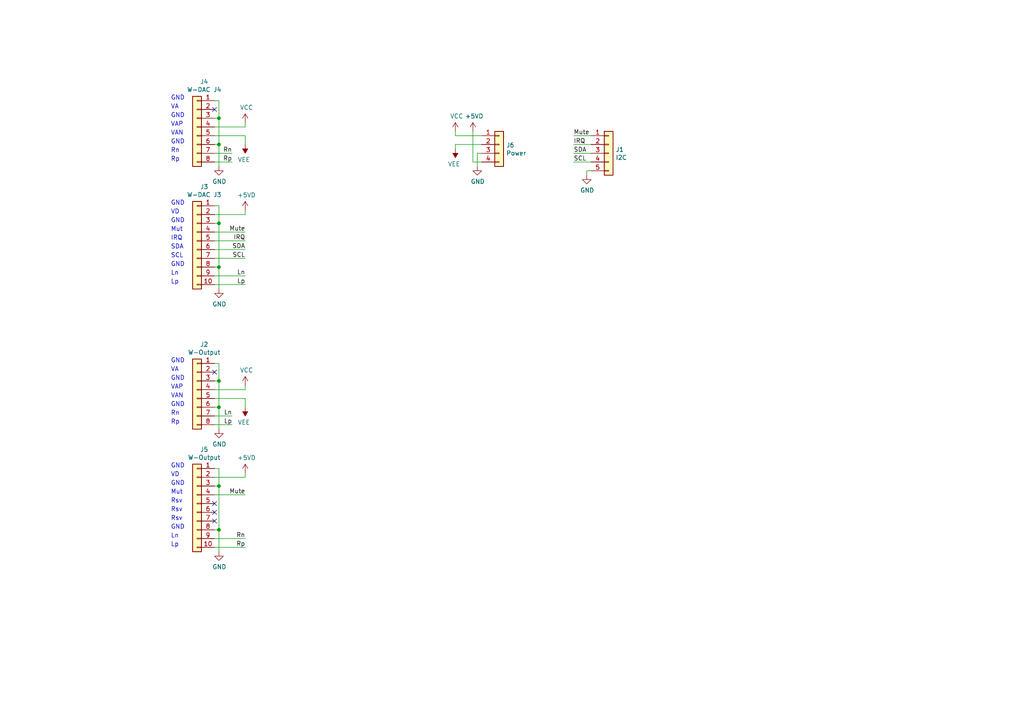
<source format=kicad_sch>
(kicad_sch (version 20211123) (generator eeschema)
  (paper "A4")
  (lib_symbols
    (symbol "Connector_Generic:Conn_01x04" (pin_names (offset 1.016) hide)
      (property "Reference" "J" (at 0 5.08 0))
      (property "Value" "Conn_01x04" (at 0 -7.62 0))
      (symbol "Conn_01x04_1_1"
        (rectangle (start -1.27 -4.953) (end 0 -5.207) (stroke (width 0.1524)))
        (rectangle (start -1.27 -2.413) (end 0 -2.667) (stroke (width 0.1524)))
        (rectangle (start -1.27 0.127) (end 0 -0.127) (stroke (width 0.1524)))
        (rectangle (start -1.27 2.667) (end 0 2.413) (stroke (width 0.1524)))
        (rectangle (start -1.27 3.81) (end 1.27 -6.35) (stroke (width 0.254)) (fill (type background)))
        (pin passive line (at -5.08 2.54 0) (length 3.81) (name "Pin_1") (number "1"))
        (pin passive line (at -5.08 0 0) (length 3.81) (name "Pin_2") (number "2"))
        (pin passive line (at -5.08 -2.54 0) (length 3.81) (name "Pin_3") (number "3"))
        (pin passive line (at -5.08 -5.08 0) (length 3.81) (name "Pin_4") (number "4"))
      )
    )
    (symbol "Connector_Generic:Conn_01x05" (pin_names (offset 1.016) hide)
      (property "Reference" "J" (at 0 7.62 0))
      (property "Value" "Conn_01x05" (at 0 -7.62 0))
      (symbol "Conn_01x05_1_1"
        (rectangle (start -1.27 -4.953) (end 0 -5.207) (stroke (width 0.1524)))
        (rectangle (start -1.27 -2.413) (end 0 -2.667) (stroke (width 0.1524)))
        (rectangle (start -1.27 0.127) (end 0 -0.127) (stroke (width 0.1524)))
        (rectangle (start -1.27 2.667) (end 0 2.413) (stroke (width 0.1524)))
        (rectangle (start -1.27 5.207) (end 0 4.953) (stroke (width 0.1524)))
        (rectangle (start -1.27 6.35) (end 1.27 -6.35) (stroke (width 0.254)) (fill (type background)))
        (pin passive line (at -5.08 5.08 0) (length 3.81) (name "Pin_1") (number "1"))
        (pin passive line (at -5.08 2.54 0) (length 3.81) (name "Pin_2") (number "2"))
        (pin passive line (at -5.08 0 0) (length 3.81) (name "Pin_3") (number "3"))
        (pin passive line (at -5.08 -2.54 0) (length 3.81) (name "Pin_4") (number "4"))
        (pin passive line (at -5.08 -5.08 0) (length 3.81) (name "Pin_5") (number "5"))
      )
    )
    (symbol "Connector_Generic:Conn_01x08" (pin_names (offset 1.016) hide)
      (property "Reference" "J" (at 0 10.16 0))
      (property "Value" "Conn_01x08" (at 0 -12.7 0))
      (symbol "Conn_01x08_1_1"
        (rectangle (start -1.27 -10.033) (end 0 -10.287) (stroke (width 0.1524)))
        (rectangle (start -1.27 -7.493) (end 0 -7.747) (stroke (width 0.1524)))
        (rectangle (start -1.27 -4.953) (end 0 -5.207) (stroke (width 0.1524)))
        (rectangle (start -1.27 -2.413) (end 0 -2.667) (stroke (width 0.1524)))
        (rectangle (start -1.27 0.127) (end 0 -0.127) (stroke (width 0.1524)))
        (rectangle (start -1.27 2.667) (end 0 2.413) (stroke (width 0.1524)))
        (rectangle (start -1.27 5.207) (end 0 4.953) (stroke (width 0.1524)))
        (rectangle (start -1.27 7.747) (end 0 7.493) (stroke (width 0.1524)))
        (rectangle (start -1.27 8.89) (end 1.27 -11.43) (stroke (width 0.254)) (fill (type background)))
        (pin passive line (at -5.08 7.62 0) (length 3.81) (name "Pin_1") (number "1"))
        (pin passive line (at -5.08 5.08 0) (length 3.81) (name "Pin_2") (number "2"))
        (pin passive line (at -5.08 2.54 0) (length 3.81) (name "Pin_3") (number "3"))
        (pin passive line (at -5.08 0 0) (length 3.81) (name "Pin_4") (number "4"))
        (pin passive line (at -5.08 -2.54 0) (length 3.81) (name "Pin_5") (number "5"))
        (pin passive line (at -5.08 -5.08 0) (length 3.81) (name "Pin_6") (number "6"))
        (pin passive line (at -5.08 -7.62 0) (length 3.81) (name "Pin_7") (number "7"))
        (pin passive line (at -5.08 -10.16 0) (length 3.81) (name "Pin_8") (number "8"))
      )
    )
    (symbol "Connector_Generic:Conn_01x10" (pin_names (offset 1.016) hide)
      (property "Reference" "J" (at 0 12.7 0))
      (property "Value" "Conn_01x10" (at 0 -15.24 0))
      (symbol "Conn_01x10_1_1"
        (rectangle (start -1.27 -12.573) (end 0 -12.827) (stroke (width 0.1524)))
        (rectangle (start -1.27 -10.033) (end 0 -10.287) (stroke (width 0.1524)))
        (rectangle (start -1.27 -7.493) (end 0 -7.747) (stroke (width 0.1524)))
        (rectangle (start -1.27 -4.953) (end 0 -5.207) (stroke (width 0.1524)))
        (rectangle (start -1.27 -2.413) (end 0 -2.667) (stroke (width 0.1524)))
        (rectangle (start -1.27 0.127) (end 0 -0.127) (stroke (width 0.1524)))
        (rectangle (start -1.27 2.667) (end 0 2.413) (stroke (width 0.1524)))
        (rectangle (start -1.27 5.207) (end 0 4.953) (stroke (width 0.1524)))
        (rectangle (start -1.27 7.747) (end 0 7.493) (stroke (width 0.1524)))
        (rectangle (start -1.27 10.287) (end 0 10.033) (stroke (width 0.1524)))
        (rectangle (start -1.27 11.43) (end 1.27 -13.97) (stroke (width 0.254)) (fill (type background)))
        (pin passive line (at -5.08 10.16 0) (length 3.81) (name "Pin_1") (number "1"))
        (pin passive line (at -5.08 -12.7 0) (length 3.81) (name "Pin_10") (number "10"))
        (pin passive line (at -5.08 7.62 0) (length 3.81) (name "Pin_2") (number "2"))
        (pin passive line (at -5.08 5.08 0) (length 3.81) (name "Pin_3") (number "3"))
        (pin passive line (at -5.08 2.54 0) (length 3.81) (name "Pin_4") (number "4"))
        (pin passive line (at -5.08 0 0) (length 3.81) (name "Pin_5") (number "5"))
        (pin passive line (at -5.08 -2.54 0) (length 3.81) (name "Pin_6") (number "6"))
        (pin passive line (at -5.08 -5.08 0) (length 3.81) (name "Pin_7") (number "7"))
        (pin passive line (at -5.08 -7.62 0) (length 3.81) (name "Pin_8") (number "8"))
        (pin passive line (at -5.08 -10.16 0) (length 3.81) (name "Pin_9") (number "9"))
      )
    )
    (symbol "power:+5VD" (power) (pin_names (offset 0))
      (property "Value" "+5VD" (at 0 3.556 0))
      (symbol "+5VD_0_1"
        (polyline (pts (xy -0.762 1.27) (xy 0 2.54)))
        (polyline (pts (xy 0 0) (xy 0 2.54)))
        (polyline (pts (xy 0 2.54) (xy 0.762 1.27)))
      )
      (symbol "+5VD_1_1"
        (pin power_in line (at 0 0 90) (length 0) hide (name "+5VD") (number "1"))
      )
    )
    (symbol "power:GND" (power) (pin_names (offset 0))
      (property "Value" "GND" (at 0 -3.81 0))
      (symbol "GND_0_1"
        (polyline (pts (xy 0 0) (xy 0 -1.27) (xy 1.27 -1.27) (xy 0 -2.54) (xy -1.27 -1.27) (xy 0 -1.27)))
      )
      (symbol "GND_1_1"
        (pin power_in line (at 0 0 270) (length 0) hide (name "GND") (number "1"))
      )
    )
    (symbol "power:VCC" (power) (pin_names (offset 0))
      (property "Value" "VCC" (at 0 3.81 0))
      (symbol "VCC_0_1"
        (polyline (pts (xy -0.762 1.27) (xy 0 2.54)))
        (polyline (pts (xy 0 0) (xy 0 2.54)))
        (polyline (pts (xy 0 2.54) (xy 0.762 1.27)))
      )
      (symbol "VCC_1_1"
        (pin power_in line (at 0 0 90) (length 0) hide (name "VCC") (number "1"))
      )
    )
    (symbol "power:VEE" (power) (pin_names (offset 0))
      (property "Value" "VEE" (at 0 3.81 0))
      (symbol "VEE_0_1"
        (polyline (pts (xy 0 0) (xy 0 2.54)))
        (polyline (pts (xy 0.762 1.27) (xy -0.762 1.27) (xy 0 2.54) (xy 0.762 1.27)) (fill (type outline)))
      )
      (symbol "VEE_1_1"
        (pin power_in line (at 0 0 90) (length 0) hide (name "VEE") (number "1"))
      )
    )
  )
  (junction (at 63.5 110.49))
  (junction (at 63.5 118.11))
  (junction (at 63.5 153.67))
  (junction (at 63.5 77.47))
  (junction (at 63.5 41.91))
  (junction (at 63.5 64.77))
  (junction (at 63.5 140.97))
  (junction (at 63.5 34.29))
  (no_connect (at 62.23 31.75))
  (no_connect (at 62.23 151.13))
  (no_connect (at 62.23 146.05))
  (no_connect (at 62.23 107.95))
  (no_connect (at 62.23 148.59))
  (wire (pts (xy 166.37 46.99) (xy 171.45 46.99)))
  (wire (pts (xy 139.7 44.45) (xy 138.43 44.45)))
  (wire (pts (xy 63.5 59.69) (xy 63.5 64.77)))
  (wire (pts (xy 62.23 46.99) (xy 67.31 46.99)))
  (wire (pts (xy 63.5 41.91) (xy 63.5 48.26)))
  (wire (pts (xy 166.37 39.37) (xy 171.45 39.37)))
  (wire (pts (xy 71.12 115.57) (xy 71.12 118.11)))
  (wire (pts (xy 62.23 41.91) (xy 63.5 41.91)))
  (wire (pts (xy 62.23 59.69) (xy 63.5 59.69)))
  (wire (pts (xy 62.23 39.37) (xy 71.12 39.37)))
  (wire (pts (xy 166.37 41.91) (xy 171.45 41.91)))
  (wire (pts (xy 62.23 135.89) (xy 63.5 135.89)))
  (wire (pts (xy 63.5 135.89) (xy 63.5 140.97)))
  (wire (pts (xy 71.12 62.23) (xy 71.12 60.96)))
  (wire (pts (xy 170.18 50.8) (xy 170.18 49.53)))
  (wire (pts (xy 71.12 74.93) (xy 62.23 74.93)))
  (wire (pts (xy 71.12 67.31) (xy 62.23 67.31)))
  (wire (pts (xy 137.16 46.99) (xy 137.16 38.1)))
  (wire (pts (xy 62.23 115.57) (xy 71.12 115.57)))
  (wire (pts (xy 67.31 44.45) (xy 62.23 44.45)))
  (wire (pts (xy 62.23 113.03) (xy 71.12 113.03)))
  (wire (pts (xy 71.12 143.51) (xy 62.23 143.51)))
  (wire (pts (xy 132.08 41.91) (xy 132.08 43.18)))
  (wire (pts (xy 71.12 80.01) (xy 62.23 80.01)))
  (wire (pts (xy 62.23 36.83) (xy 71.12 36.83)))
  (wire (pts (xy 71.12 36.83) (xy 71.12 35.56)))
  (wire (pts (xy 63.5 29.21) (xy 63.5 34.29)))
  (wire (pts (xy 71.12 138.43) (xy 71.12 137.16)))
  (wire (pts (xy 62.23 110.49) (xy 63.5 110.49)))
  (wire (pts (xy 62.23 105.41) (xy 63.5 105.41)))
  (wire (pts (xy 62.23 123.19) (xy 67.31 123.19)))
  (wire (pts (xy 63.5 153.67) (xy 63.5 160.02)))
  (wire (pts (xy 170.18 49.53) (xy 171.45 49.53)))
  (wire (pts (xy 62.23 120.65) (xy 67.31 120.65)))
  (wire (pts (xy 71.12 39.37) (xy 71.12 41.91)))
  (wire (pts (xy 71.12 156.21) (xy 62.23 156.21)))
  (wire (pts (xy 62.23 62.23) (xy 71.12 62.23)))
  (wire (pts (xy 132.08 39.37) (xy 132.08 38.1)))
  (wire (pts (xy 63.5 140.97) (xy 63.5 153.67)))
  (wire (pts (xy 71.12 82.55) (xy 62.23 82.55)))
  (wire (pts (xy 62.23 29.21) (xy 63.5 29.21)))
  (wire (pts (xy 63.5 34.29) (xy 63.5 41.91)))
  (wire (pts (xy 63.5 105.41) (xy 63.5 110.49)))
  (wire (pts (xy 166.37 44.45) (xy 171.45 44.45)))
  (wire (pts (xy 139.7 39.37) (xy 132.08 39.37)))
  (wire (pts (xy 62.23 72.39) (xy 71.12 72.39)))
  (wire (pts (xy 62.23 77.47) (xy 63.5 77.47)))
  (wire (pts (xy 62.23 158.75) (xy 71.12 158.75)))
  (wire (pts (xy 62.23 138.43) (xy 71.12 138.43)))
  (wire (pts (xy 62.23 153.67) (xy 63.5 153.67)))
  (wire (pts (xy 62.23 64.77) (xy 63.5 64.77)))
  (wire (pts (xy 62.23 140.97) (xy 63.5 140.97)))
  (wire (pts (xy 63.5 118.11) (xy 63.5 124.46)))
  (wire (pts (xy 71.12 113.03) (xy 71.12 111.76)))
  (wire (pts (xy 138.43 44.45) (xy 138.43 48.26)))
  (wire (pts (xy 139.7 41.91) (xy 132.08 41.91)))
  (wire (pts (xy 63.5 64.77) (xy 63.5 77.47)))
  (wire (pts (xy 63.5 110.49) (xy 63.5 118.11)))
  (wire (pts (xy 139.7 46.99) (xy 137.16 46.99)))
  (wire (pts (xy 63.5 77.47) (xy 63.5 83.82)))
  (wire (pts (xy 71.12 69.85) (xy 62.23 69.85)))
  (wire (pts (xy 62.23 118.11) (xy 63.5 118.11)))
  (wire (pts (xy 62.23 34.29) (xy 63.5 34.29)))
  (text "GND" (at 49.53 135.89 0) (effects (font (size 1.27 1.27)) (justify left bottom)))
  (text "GND" (at 49.53 118.11 0) (effects (font (size 1.27 1.27)) (justify left bottom)))
  (text "GND" (at 49.53 59.69 0) (effects (font (size 1.27 1.27)) (justify left bottom)))
  (text "VAN" (at 49.53 39.37 0) (effects (font (size 1.27 1.27)) (justify left bottom)))
  (text "Rsv" (at 49.53 148.59 0) (effects (font (size 1.27 1.27)) (justify left bottom)))
  (text "Rn" (at 49.53 44.45 0) (effects (font (size 1.27 1.27)) (justify left bottom)))
  (text "VD" (at 49.53 62.23 0) (effects (font (size 1.27 1.27)) (justify left bottom)))
  (text "Mut" (at 49.53 67.31 0) (effects (font (size 1.27 1.27)) (justify left bottom)))
  (text "GND" (at 49.53 110.49 0) (effects (font (size 1.27 1.27)) (justify left bottom)))
  (text "IRQ" (at 49.53 69.85 0) (effects (font (size 1.27 1.27)) (justify left bottom)))
  (text "VAP" (at 49.53 36.83 0) (effects (font (size 1.27 1.27)) (justify left bottom)))
  (text "GND" (at 49.53 64.77 0) (effects (font (size 1.27 1.27)) (justify left bottom)))
  (text "Rp" (at 49.53 46.99 0) (effects (font (size 1.27 1.27)) (justify left bottom)))
  (text "Ln" (at 49.53 156.21 0) (effects (font (size 1.27 1.27)) (justify left bottom)))
  (text "GND" (at 49.53 140.97 0) (effects (font (size 1.27 1.27)) (justify left bottom)))
  (text "GND" (at 49.53 77.47 0) (effects (font (size 1.27 1.27)) (justify left bottom)))
  (text "Rsv" (at 49.53 146.05 0) (effects (font (size 1.27 1.27)) (justify left bottom)))
  (text "SCL" (at 49.53 74.93 0) (effects (font (size 1.27 1.27)) (justify left bottom)))
  (text "GND" (at 49.53 153.67 0) (effects (font (size 1.27 1.27)) (justify left bottom)))
  (text "Rsv" (at 49.53 151.13 0) (effects (font (size 1.27 1.27)) (justify left bottom)))
  (text "VAP" (at 49.53 113.03 0) (effects (font (size 1.27 1.27)) (justify left bottom)))
  (text "GND" (at 49.53 41.91 0) (effects (font (size 1.27 1.27)) (justify left bottom)))
  (text "Rn" (at 49.53 120.65 0) (effects (font (size 1.27 1.27)) (justify left bottom)))
  (text "SDA" (at 49.53 72.39 0) (effects (font (size 1.27 1.27)) (justify left bottom)))
  (text "VD" (at 49.53 138.43 0) (effects (font (size 1.27 1.27)) (justify left bottom)))
  (text "Mut" (at 49.53 143.51 0) (effects (font (size 1.27 1.27)) (justify left bottom)))
  (text "GND" (at 49.53 29.21 0) (effects (font (size 1.27 1.27)) (justify left bottom)))
  (text "Lp" (at 49.53 82.55 0) (effects (font (size 1.27 1.27)) (justify left bottom)))
  (text "Rp" (at 49.53 123.19 0) (effects (font (size 1.27 1.27)) (justify left bottom)))
  (text "Ln" (at 49.53 80.01 0) (effects (font (size 1.27 1.27)) (justify left bottom)))
  (text "Lp" (at 49.53 158.75 0) (effects (font (size 1.27 1.27)) (justify left bottom)))
  (text "VA" (at 49.53 107.95 0) (effects (font (size 1.27 1.27)) (justify left bottom)))
  (text "VA" (at 49.53 31.75 0) (effects (font (size 1.27 1.27)) (justify left bottom)))
  (text "GND" (at 49.53 105.41 0) (effects (font (size 1.27 1.27)) (justify left bottom)))
  (text "GND" (at 49.53 34.29 0) (effects (font (size 1.27 1.27)) (justify left bottom)))
  (text "VAN" (at 49.53 115.57 0) (effects (font (size 1.27 1.27)) (justify left bottom)))
  (label "Lp" (at 71.12 82.55 180))
  (label "Mute" (at 166.37 39.37 0))
  (label "Lp" (at 67.31 123.19 180))
  (label "Rp" (at 71.12 158.75 180))
  (label "Rp" (at 67.31 46.99 180))
  (label "SCL" (at 166.37 46.99 0))
  (label "IRQ" (at 166.37 41.91 0))
  (label "Mute" (at 71.12 67.31 180))
  (label "SDA" (at 71.12 72.39 180))
  (label "Rn" (at 67.31 44.45 180))
  (label "Ln" (at 71.12 80.01 180))
  (label "Mute" (at 71.12 143.51 180))
  (label "IRQ" (at 71.12 69.85 180))
  (label "Rn" (at 71.12 156.21 180))
  (label "Ln" (at 67.31 120.65 180))
  (label "SCL" (at 71.12 74.93 180))
  (label "SDA" (at 166.37 44.45 0))
  (symbol (lib_id "power:VEE") (at 71.12 41.91 180) (unit 1)
    (property "Reference" "#PWR0110" (effects hide))
    (property "Value" "VEE" (at 70.739 46.3042 0))
  )
  (symbol (lib_id "power:VCC") (at 71.12 35.56 0) (unit 1)
    (property "Reference" "#PWR0111" (effects hide))
    (property "Value" "VCC" (at 71.501 31.1658 0))
  )
  (symbol (lib_id "power:+5VD") (at 71.12 60.96 0) (unit 1)
    (property "Reference" "#PWR0114" (effects hide))
    (property "Value" "+5VD" (at 71.501 56.5658 0))
  )
  (symbol (lib_id "power:VEE") (at 71.12 118.11 180) (unit 1)
    (property "Reference" "#PWR0115" (effects hide))
    (property "Value" "VEE" (at 70.739 122.5042 0))
  )
  (symbol (lib_id "power:VCC") (at 71.12 111.76 0) (unit 1)
    (property "Reference" "#PWR0116" (effects hide))
    (property "Value" "VCC" (at 71.501 107.3658 0))
  )
  (symbol (lib_id "power:+5VD") (at 71.12 137.16 0) (unit 1)
    (property "Reference" "#PWR0117" (effects hide))
    (property "Value" "+5VD" (at 71.501 132.7658 0))
  )
  (symbol (lib_id "Connector_Generic:Conn_01x04") (at 144.78 41.91 0) (unit 1)
    (property "Reference" "J6" (at 146.812 42.1132 0) (effects (justify left)))
    (property "Value" "Power" (at 146.812 44.4246 0) (effects (justify left)))
    (property "Footprint" "Connector_JST:JST_VH_B4PS-VH_1x04_P3.96mm_Horizontal" (effects hide))
  )
  (symbol (lib_id "power:VCC") (at 132.08 38.1 0) (unit 1)
    (property "Reference" "#PWR0118" (effects hide))
    (property "Value" "VCC" (at 132.461 33.7058 0))
  )
  (symbol (lib_id "power:GND") (at 138.43 48.26 0) (unit 1)
    (property "Reference" "#PWR0119" (effects hide))
    (property "Value" "GND" (at 138.557 52.6542 0))
  )
  (symbol (lib_id "power:VEE") (at 132.08 43.18 180) (unit 1)
    (property "Reference" "#PWR0120" (effects hide))
    (property "Value" "VEE" (at 131.699 47.5742 0))
  )
  (symbol (lib_id "power:+5VD") (at 137.16 38.1 0) (unit 1)
    (property "Reference" "#PWR0121" (effects hide))
    (property "Value" "+5VD" (at 137.541 33.7058 0))
  )
  (symbol (lib_id "power:GND") (at 170.18 50.8 0) (unit 1)
    (property "Reference" "#PWR0122" (effects hide))
    (property "Value" "GND" (at 170.307 55.1942 0))
  )
  (symbol (lib_id "Connector_Generic:Conn_01x05") (at 176.53 44.45 0) (unit 1)
    (property "Reference" "J1" (at 178.562 43.3832 0) (effects (justify left)))
    (property "Value" "I2C" (at 178.562 45.6946 0) (effects (justify left)))
    (property "Footprint" "Connector_PinHeader_2.54mm:PinHeader_1x05_P2.54mm_Horizontal" (effects hide))
  )
  (symbol (lib_id "Connector_Generic:Conn_01x08") (at 57.15 36.83 0) (mirror y) (unit 1)
    (property "Reference" "J4" (at 59.2328 23.6982 0))
    (property "Value" "W-DAC J4" (at 59.2328 26.0096 0))
    (property "Footprint" "Connector_PinSocket_2.54mm:PinSocket_1x08_P2.54mm_Vertical" (effects hide))
  )
  (symbol (lib_id "Connector_Generic:Conn_01x10") (at 57.15 69.85 0) (mirror y) (unit 1)
    (property "Reference" "J3" (at 59.2328 54.1782 0))
    (property "Value" "W-DAC J3" (at 59.2328 56.4896 0))
    (property "Footprint" "Connector_PinSocket_2.54mm:PinSocket_1x10_P2.54mm_Vertical" (effects hide))
  )
  (symbol (lib_id "power:GND") (at 63.5 48.26 0) (unit 1)
    (property "Reference" "#PWR0106" (effects hide))
    (property "Value" "GND" (at 63.627 52.6542 0))
  )
  (symbol (lib_id "power:GND") (at 63.5 83.82 0) (unit 1)
    (property "Reference" "#PWR0107" (effects hide))
    (property "Value" "GND" (at 63.627 88.2142 0))
  )
  (symbol (lib_id "Connector_Generic:Conn_01x08") (at 57.15 113.03 0) (mirror y) (unit 1)
    (property "Reference" "J2" (at 59.2328 99.8982 0))
    (property "Value" "W-Output" (at 59.2328 102.2096 0))
    (property "Footprint" "Connector_PinSocket_2.54mm:PinSocket_1x08_P2.54mm_Vertical" (effects hide))
  )
  (symbol (lib_id "Connector_Generic:Conn_01x10") (at 57.15 146.05 0) (mirror y) (unit 1)
    (property "Reference" "J5" (at 59.2328 130.3782 0))
    (property "Value" "W-Output" (at 59.2328 132.6896 0))
    (property "Footprint" "Connector_PinSocket_2.54mm:PinSocket_1x10_P2.54mm_Vertical" (effects hide))
  )
  (symbol (lib_id "power:GND") (at 63.5 124.46 0) (unit 1)
    (property "Reference" "#PWR0112" (effects hide))
    (property "Value" "GND" (at 63.627 128.8542 0))
  )
  (symbol (lib_id "power:GND") (at 63.5 160.02 0) (unit 1)
    (property "Reference" "#PWR0113" (effects hide))
    (property "Value" "GND" (at 63.627 164.4142 0))
  )
)
</source>
